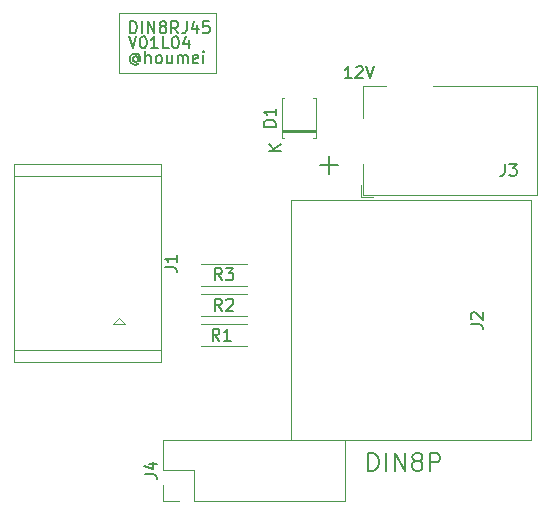
<source format=gto>
G04 #@! TF.GenerationSoftware,KiCad,Pcbnew,(5.1.8)-1*
G04 #@! TF.CreationDate,2022-12-13T18:59:25+09:00*
G04 #@! TF.ProjectId,DIN8RJ45,44494e38-524a-4343-952e-6b696361645f,rev?*
G04 #@! TF.SameCoordinates,PX9157080PY791ddc0*
G04 #@! TF.FileFunction,Legend,Top*
G04 #@! TF.FilePolarity,Positive*
%FSLAX46Y46*%
G04 Gerber Fmt 4.6, Leading zero omitted, Abs format (unit mm)*
G04 Created by KiCad (PCBNEW (5.1.8)-1) date 2022-12-13 18:59:25*
%MOMM*%
%LPD*%
G01*
G04 APERTURE LIST*
%ADD10C,0.120000*%
%ADD11C,0.150000*%
G04 APERTURE END LIST*
D10*
X18415000Y43815000D02*
X10160000Y43815000D01*
X18415000Y38735000D02*
X18415000Y43815000D01*
X10160000Y38735000D02*
X18415000Y38735000D01*
X10160000Y43815000D02*
X10160000Y38735000D01*
D11*
X31290000Y5036429D02*
X31290000Y6536429D01*
X31647142Y6536429D01*
X31861428Y6465000D01*
X32004285Y6322143D01*
X32075714Y6179286D01*
X32147142Y5893572D01*
X32147142Y5679286D01*
X32075714Y5393572D01*
X32004285Y5250715D01*
X31861428Y5107858D01*
X31647142Y5036429D01*
X31290000Y5036429D01*
X32790000Y5036429D02*
X32790000Y6536429D01*
X33504285Y5036429D02*
X33504285Y6536429D01*
X34361428Y5036429D01*
X34361428Y6536429D01*
X35290000Y5893572D02*
X35147142Y5965000D01*
X35075714Y6036429D01*
X35004285Y6179286D01*
X35004285Y6250715D01*
X35075714Y6393572D01*
X35147142Y6465000D01*
X35290000Y6536429D01*
X35575714Y6536429D01*
X35718571Y6465000D01*
X35790000Y6393572D01*
X35861428Y6250715D01*
X35861428Y6179286D01*
X35790000Y6036429D01*
X35718571Y5965000D01*
X35575714Y5893572D01*
X35290000Y5893572D01*
X35147142Y5822143D01*
X35075714Y5750715D01*
X35004285Y5607858D01*
X35004285Y5322143D01*
X35075714Y5179286D01*
X35147142Y5107858D01*
X35290000Y5036429D01*
X35575714Y5036429D01*
X35718571Y5107858D01*
X35790000Y5179286D01*
X35861428Y5322143D01*
X35861428Y5607858D01*
X35790000Y5750715D01*
X35718571Y5822143D01*
X35575714Y5893572D01*
X36504285Y5036429D02*
X36504285Y6536429D01*
X37075714Y6536429D01*
X37218571Y6465000D01*
X37290000Y6393572D01*
X37361428Y6250715D01*
X37361428Y6036429D01*
X37290000Y5893572D01*
X37218571Y5822143D01*
X37075714Y5750715D01*
X36504285Y5750715D01*
X29860952Y38282620D02*
X29289523Y38282620D01*
X29575238Y38282620D02*
X29575238Y39282620D01*
X29480000Y39139762D01*
X29384761Y39044524D01*
X29289523Y38996905D01*
X30241904Y39187381D02*
X30289523Y39235000D01*
X30384761Y39282620D01*
X30622857Y39282620D01*
X30718095Y39235000D01*
X30765714Y39187381D01*
X30813333Y39092143D01*
X30813333Y38996905D01*
X30765714Y38854048D01*
X30194285Y38282620D01*
X30813333Y38282620D01*
X31099047Y39282620D02*
X31432380Y38282620D01*
X31765714Y39282620D01*
X27178095Y30972143D02*
X28701904Y30972143D01*
X27940000Y30210239D02*
X27940000Y31734048D01*
X11749642Y40028810D02*
X11702023Y40076429D01*
X11606785Y40124048D01*
X11511547Y40124048D01*
X11416309Y40076429D01*
X11368690Y40028810D01*
X11321071Y39933572D01*
X11321071Y39838334D01*
X11368690Y39743096D01*
X11416309Y39695477D01*
X11511547Y39647858D01*
X11606785Y39647858D01*
X11702023Y39695477D01*
X11749642Y39743096D01*
X11749642Y40124048D02*
X11749642Y39743096D01*
X11797261Y39695477D01*
X11844880Y39695477D01*
X11940119Y39743096D01*
X11987738Y39838334D01*
X11987738Y40076429D01*
X11892500Y40219286D01*
X11749642Y40314524D01*
X11559166Y40362143D01*
X11368690Y40314524D01*
X11225833Y40219286D01*
X11130595Y40076429D01*
X11082976Y39885953D01*
X11130595Y39695477D01*
X11225833Y39552620D01*
X11368690Y39457381D01*
X11559166Y39409762D01*
X11749642Y39457381D01*
X11892500Y39552620D01*
X12416309Y39552620D02*
X12416309Y40552620D01*
X12844880Y39552620D02*
X12844880Y40076429D01*
X12797261Y40171667D01*
X12702023Y40219286D01*
X12559166Y40219286D01*
X12463928Y40171667D01*
X12416309Y40124048D01*
X13463928Y39552620D02*
X13368690Y39600239D01*
X13321071Y39647858D01*
X13273452Y39743096D01*
X13273452Y40028810D01*
X13321071Y40124048D01*
X13368690Y40171667D01*
X13463928Y40219286D01*
X13606785Y40219286D01*
X13702023Y40171667D01*
X13749642Y40124048D01*
X13797261Y40028810D01*
X13797261Y39743096D01*
X13749642Y39647858D01*
X13702023Y39600239D01*
X13606785Y39552620D01*
X13463928Y39552620D01*
X14654404Y40219286D02*
X14654404Y39552620D01*
X14225833Y40219286D02*
X14225833Y39695477D01*
X14273452Y39600239D01*
X14368690Y39552620D01*
X14511547Y39552620D01*
X14606785Y39600239D01*
X14654404Y39647858D01*
X15130595Y39552620D02*
X15130595Y40219286D01*
X15130595Y40124048D02*
X15178214Y40171667D01*
X15273452Y40219286D01*
X15416309Y40219286D01*
X15511547Y40171667D01*
X15559166Y40076429D01*
X15559166Y39552620D01*
X15559166Y40076429D02*
X15606785Y40171667D01*
X15702023Y40219286D01*
X15844880Y40219286D01*
X15940119Y40171667D01*
X15987738Y40076429D01*
X15987738Y39552620D01*
X16844880Y39600239D02*
X16749642Y39552620D01*
X16559166Y39552620D01*
X16463928Y39600239D01*
X16416309Y39695477D01*
X16416309Y40076429D01*
X16463928Y40171667D01*
X16559166Y40219286D01*
X16749642Y40219286D01*
X16844880Y40171667D01*
X16892500Y40076429D01*
X16892500Y39981191D01*
X16416309Y39885953D01*
X17321071Y39552620D02*
X17321071Y40219286D01*
X17321071Y40552620D02*
X17273452Y40505000D01*
X17321071Y40457381D01*
X17368690Y40505000D01*
X17321071Y40552620D01*
X17321071Y40457381D01*
X10987738Y41822620D02*
X11321071Y40822620D01*
X11654404Y41822620D01*
X12178214Y41822620D02*
X12273452Y41822620D01*
X12368690Y41775000D01*
X12416309Y41727381D01*
X12463928Y41632143D01*
X12511547Y41441667D01*
X12511547Y41203572D01*
X12463928Y41013096D01*
X12416309Y40917858D01*
X12368690Y40870239D01*
X12273452Y40822620D01*
X12178214Y40822620D01*
X12082976Y40870239D01*
X12035357Y40917858D01*
X11987738Y41013096D01*
X11940119Y41203572D01*
X11940119Y41441667D01*
X11987738Y41632143D01*
X12035357Y41727381D01*
X12082976Y41775000D01*
X12178214Y41822620D01*
X13463928Y40822620D02*
X12892500Y40822620D01*
X13178214Y40822620D02*
X13178214Y41822620D01*
X13082976Y41679762D01*
X12987738Y41584524D01*
X12892500Y41536905D01*
X14368690Y40822620D02*
X13892500Y40822620D01*
X13892500Y41822620D01*
X14892500Y41822620D02*
X14987738Y41822620D01*
X15082976Y41775000D01*
X15130595Y41727381D01*
X15178214Y41632143D01*
X15225833Y41441667D01*
X15225833Y41203572D01*
X15178214Y41013096D01*
X15130595Y40917858D01*
X15082976Y40870239D01*
X14987738Y40822620D01*
X14892500Y40822620D01*
X14797261Y40870239D01*
X14749642Y40917858D01*
X14702023Y41013096D01*
X14654404Y41203572D01*
X14654404Y41441667D01*
X14702023Y41632143D01*
X14749642Y41727381D01*
X14797261Y41775000D01*
X14892500Y41822620D01*
X16082976Y41489286D02*
X16082976Y40822620D01*
X15844880Y41870239D02*
X15606785Y41155953D01*
X16225833Y41155953D01*
X11130595Y42092620D02*
X11130595Y43092620D01*
X11368690Y43092620D01*
X11511547Y43045000D01*
X11606785Y42949762D01*
X11654404Y42854524D01*
X11702023Y42664048D01*
X11702023Y42521191D01*
X11654404Y42330715D01*
X11606785Y42235477D01*
X11511547Y42140239D01*
X11368690Y42092620D01*
X11130595Y42092620D01*
X12130595Y42092620D02*
X12130595Y43092620D01*
X12606785Y42092620D02*
X12606785Y43092620D01*
X13178214Y42092620D01*
X13178214Y43092620D01*
X13797261Y42664048D02*
X13702023Y42711667D01*
X13654404Y42759286D01*
X13606785Y42854524D01*
X13606785Y42902143D01*
X13654404Y42997381D01*
X13702023Y43045000D01*
X13797261Y43092620D01*
X13987738Y43092620D01*
X14082976Y43045000D01*
X14130595Y42997381D01*
X14178214Y42902143D01*
X14178214Y42854524D01*
X14130595Y42759286D01*
X14082976Y42711667D01*
X13987738Y42664048D01*
X13797261Y42664048D01*
X13702023Y42616429D01*
X13654404Y42568810D01*
X13606785Y42473572D01*
X13606785Y42283096D01*
X13654404Y42187858D01*
X13702023Y42140239D01*
X13797261Y42092620D01*
X13987738Y42092620D01*
X14082976Y42140239D01*
X14130595Y42187858D01*
X14178214Y42283096D01*
X14178214Y42473572D01*
X14130595Y42568810D01*
X14082976Y42616429D01*
X13987738Y42664048D01*
X15178214Y42092620D02*
X14844880Y42568810D01*
X14606785Y42092620D02*
X14606785Y43092620D01*
X14987738Y43092620D01*
X15082976Y43045000D01*
X15130595Y42997381D01*
X15178214Y42902143D01*
X15178214Y42759286D01*
X15130595Y42664048D01*
X15082976Y42616429D01*
X14987738Y42568810D01*
X14606785Y42568810D01*
X15892500Y43092620D02*
X15892500Y42378334D01*
X15844880Y42235477D01*
X15749642Y42140239D01*
X15606785Y42092620D01*
X15511547Y42092620D01*
X16797261Y42759286D02*
X16797261Y42092620D01*
X16559166Y43140239D02*
X16321071Y42425953D01*
X16940119Y42425953D01*
X17797261Y43092620D02*
X17321071Y43092620D01*
X17273452Y42616429D01*
X17321071Y42664048D01*
X17416309Y42711667D01*
X17654404Y42711667D01*
X17749642Y42664048D01*
X17797261Y42616429D01*
X17844880Y42521191D01*
X17844880Y42283096D01*
X17797261Y42187858D01*
X17749642Y42140239D01*
X17654404Y42092620D01*
X17416309Y42092620D01*
X17321071Y42140239D01*
X17273452Y42187858D01*
D10*
X5334000Y15240000D02*
X1270000Y15240000D01*
X5334000Y29972000D02*
X1270000Y29972000D01*
X13716000Y30988000D02*
X1270000Y30988000D01*
X13716000Y14224000D02*
X1270000Y14224000D01*
X1270000Y14224000D02*
X1270000Y30988000D01*
X5334000Y29972000D02*
X13716000Y29972000D01*
X5334000Y15240000D02*
X13716000Y15240000D01*
X13716000Y30988000D02*
X13716000Y14224000D01*
X10160000Y17963000D02*
X10660000Y17463000D01*
X10660000Y17463000D02*
X9660000Y17463000D01*
X9660000Y17463000D02*
X10160000Y17963000D01*
X24765000Y7620000D02*
X45085000Y7620000D01*
X24765000Y27940000D02*
X24765000Y7620000D01*
X45085000Y27940000D02*
X24765000Y27940000D01*
X45085000Y7620000D02*
X45085000Y27940000D01*
X20970000Y22510000D02*
X17130000Y22510000D01*
X20970000Y20670000D02*
X17130000Y20670000D01*
X20970000Y19970000D02*
X17130000Y19970000D01*
X20970000Y18130000D02*
X17130000Y18130000D01*
X20970000Y17430000D02*
X17130000Y17430000D01*
X20970000Y15590000D02*
X17130000Y15590000D01*
X24160000Y33205000D02*
X23980000Y33205000D01*
X23980000Y33205000D02*
X23980000Y36645000D01*
X23980000Y36645000D02*
X24160000Y36645000D01*
X26640000Y33205000D02*
X26820000Y33205000D01*
X26820000Y33205000D02*
X26820000Y36645000D01*
X26820000Y36645000D02*
X26640000Y36645000D01*
X23980000Y33805000D02*
X26820000Y33805000D01*
X23980000Y33925000D02*
X26820000Y33925000D01*
X23980000Y33685000D02*
X26820000Y33685000D01*
X13910000Y2480000D02*
X13910000Y3810000D01*
X15240000Y2480000D02*
X13910000Y2480000D01*
X13910000Y5080000D02*
X13910000Y7680000D01*
X16510000Y5080000D02*
X13910000Y5080000D01*
X16510000Y2480000D02*
X16510000Y5080000D01*
X13910000Y7680000D02*
X29270000Y7680000D01*
X16510000Y2480000D02*
X29270000Y2480000D01*
X29270000Y2480000D02*
X29270000Y7680000D01*
X30850000Y28420000D02*
X30850000Y31020000D01*
X45550000Y28420000D02*
X30850000Y28420000D01*
X30850000Y37620000D02*
X32750000Y37620000D01*
X30850000Y34920000D02*
X30850000Y37620000D01*
X45550000Y37620000D02*
X45550000Y28420000D01*
X36750000Y37620000D02*
X45550000Y37620000D01*
X31700000Y28220000D02*
X30650000Y28220000D01*
X30650000Y29270000D02*
X30650000Y28220000D01*
D11*
X14057380Y22272667D02*
X14771666Y22272667D01*
X14914523Y22225048D01*
X15009761Y22129810D01*
X15057380Y21986953D01*
X15057380Y21891715D01*
X15057380Y23272667D02*
X15057380Y22701239D01*
X15057380Y22986953D02*
X14057380Y22986953D01*
X14200238Y22891715D01*
X14295476Y22796477D01*
X14343095Y22701239D01*
X39957380Y17446667D02*
X40671666Y17446667D01*
X40814523Y17399048D01*
X40909761Y17303810D01*
X40957380Y17160953D01*
X40957380Y17065715D01*
X40052619Y17875239D02*
X40005000Y17922858D01*
X39957380Y18018096D01*
X39957380Y18256191D01*
X40005000Y18351429D01*
X40052619Y18399048D01*
X40147857Y18446667D01*
X40243095Y18446667D01*
X40385952Y18399048D01*
X40957380Y17827620D01*
X40957380Y18446667D01*
X18883333Y21188620D02*
X18550000Y21664810D01*
X18311904Y21188620D02*
X18311904Y22188620D01*
X18692857Y22188620D01*
X18788095Y22141000D01*
X18835714Y22093381D01*
X18883333Y21998143D01*
X18883333Y21855286D01*
X18835714Y21760048D01*
X18788095Y21712429D01*
X18692857Y21664810D01*
X18311904Y21664810D01*
X19216666Y22188620D02*
X19835714Y22188620D01*
X19502380Y21807667D01*
X19645238Y21807667D01*
X19740476Y21760048D01*
X19788095Y21712429D01*
X19835714Y21617191D01*
X19835714Y21379096D01*
X19788095Y21283858D01*
X19740476Y21236239D01*
X19645238Y21188620D01*
X19359523Y21188620D01*
X19264285Y21236239D01*
X19216666Y21283858D01*
X18883333Y18597620D02*
X18550000Y19073810D01*
X18311904Y18597620D02*
X18311904Y19597620D01*
X18692857Y19597620D01*
X18788095Y19550000D01*
X18835714Y19502381D01*
X18883333Y19407143D01*
X18883333Y19264286D01*
X18835714Y19169048D01*
X18788095Y19121429D01*
X18692857Y19073810D01*
X18311904Y19073810D01*
X19264285Y19502381D02*
X19311904Y19550000D01*
X19407142Y19597620D01*
X19645238Y19597620D01*
X19740476Y19550000D01*
X19788095Y19502381D01*
X19835714Y19407143D01*
X19835714Y19311905D01*
X19788095Y19169048D01*
X19216666Y18597620D01*
X19835714Y18597620D01*
X18678333Y16058620D02*
X18345000Y16534810D01*
X18106904Y16058620D02*
X18106904Y17058620D01*
X18487857Y17058620D01*
X18583095Y17011000D01*
X18630714Y16963381D01*
X18678333Y16868143D01*
X18678333Y16725286D01*
X18630714Y16630048D01*
X18583095Y16582429D01*
X18487857Y16534810D01*
X18106904Y16534810D01*
X19630714Y16058620D02*
X19059285Y16058620D01*
X19345000Y16058620D02*
X19345000Y17058620D01*
X19249761Y16915762D01*
X19154523Y16820524D01*
X19059285Y16772905D01*
X23432380Y34186905D02*
X22432380Y34186905D01*
X22432380Y34425000D01*
X22480000Y34567858D01*
X22575238Y34663096D01*
X22670476Y34710715D01*
X22860952Y34758334D01*
X23003809Y34758334D01*
X23194285Y34710715D01*
X23289523Y34663096D01*
X23384761Y34567858D01*
X23432380Y34425000D01*
X23432380Y34186905D01*
X23432380Y35710715D02*
X23432380Y35139286D01*
X23432380Y35425000D02*
X22432380Y35425000D01*
X22575238Y35329762D01*
X22670476Y35234524D01*
X22718095Y35139286D01*
X23852380Y32123096D02*
X22852380Y32123096D01*
X23852380Y32694524D02*
X23280952Y32265953D01*
X22852380Y32694524D02*
X23423809Y32123096D01*
X12362380Y4746667D02*
X13076666Y4746667D01*
X13219523Y4699048D01*
X13314761Y4603810D01*
X13362380Y4460953D01*
X13362380Y4365715D01*
X12695714Y5651429D02*
X13362380Y5651429D01*
X12314761Y5413334D02*
X13029047Y5175239D01*
X13029047Y5794286D01*
X42846666Y31027620D02*
X42846666Y30313334D01*
X42799047Y30170477D01*
X42703809Y30075239D01*
X42560952Y30027620D01*
X42465714Y30027620D01*
X43227619Y31027620D02*
X43846666Y31027620D01*
X43513333Y30646667D01*
X43656190Y30646667D01*
X43751428Y30599048D01*
X43799047Y30551429D01*
X43846666Y30456191D01*
X43846666Y30218096D01*
X43799047Y30122858D01*
X43751428Y30075239D01*
X43656190Y30027620D01*
X43370476Y30027620D01*
X43275238Y30075239D01*
X43227619Y30122858D01*
M02*

</source>
